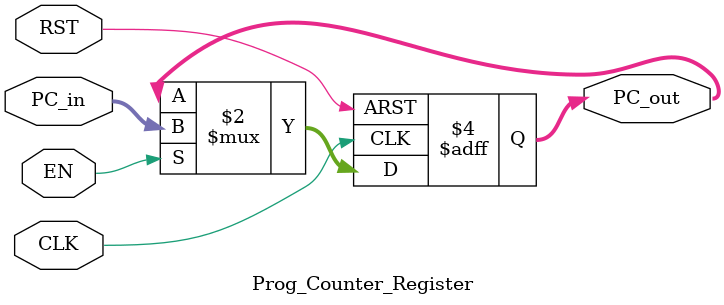
<source format=v>
`timescale 1ns / 1ps


 module Prog_Counter_Register #(parameter WL = 32)
                            (input wire CLK, RST, EN,
                             input wire [WL - 1:0] PC_in,
                             output reg [WL - 1:0] PC_out);

//now what exactly is this meant to do?
//idk, just build something
    always @(posedge CLK or posedge RST)
    begin
        if(RST) PC_out <= 0;
        else
        begin
            if(EN) PC_out <= PC_in;
        end
    end

endmodule

</source>
